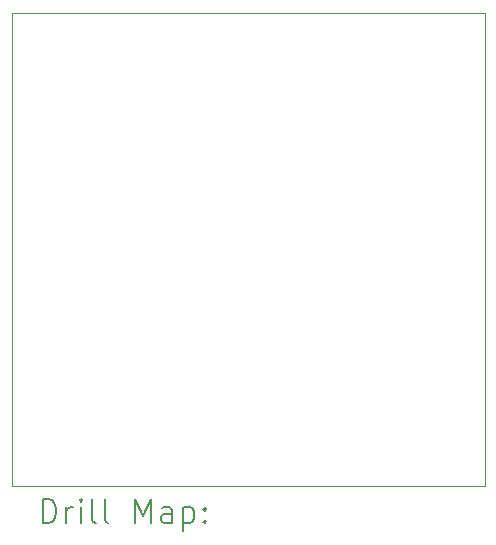
<source format=gbr>
%TF.GenerationSoftware,KiCad,Pcbnew,8.0.6*%
%TF.CreationDate,2025-08-21T09:45:11+02:00*%
%TF.ProjectId,StackBoard_OPA836,53746163-6b42-46f6-9172-645f4f504138,rev?*%
%TF.SameCoordinates,Original*%
%TF.FileFunction,Drillmap*%
%TF.FilePolarity,Positive*%
%FSLAX45Y45*%
G04 Gerber Fmt 4.5, Leading zero omitted, Abs format (unit mm)*
G04 Created by KiCad (PCBNEW 8.0.6) date 2025-08-21 09:45:11*
%MOMM*%
%LPD*%
G01*
G04 APERTURE LIST*
%ADD10C,0.050000*%
%ADD11C,0.200000*%
G04 APERTURE END LIST*
D10*
X14600000Y-10700000D02*
X18600000Y-10700000D01*
X18600000Y-14700000D01*
X14600000Y-14700000D01*
X14600000Y-10700000D01*
D11*
X14858277Y-15013984D02*
X14858277Y-14813984D01*
X14858277Y-14813984D02*
X14905896Y-14813984D01*
X14905896Y-14813984D02*
X14934467Y-14823508D01*
X14934467Y-14823508D02*
X14953515Y-14842555D01*
X14953515Y-14842555D02*
X14963039Y-14861603D01*
X14963039Y-14861603D02*
X14972562Y-14899698D01*
X14972562Y-14899698D02*
X14972562Y-14928269D01*
X14972562Y-14928269D02*
X14963039Y-14966365D01*
X14963039Y-14966365D02*
X14953515Y-14985412D01*
X14953515Y-14985412D02*
X14934467Y-15004460D01*
X14934467Y-15004460D02*
X14905896Y-15013984D01*
X14905896Y-15013984D02*
X14858277Y-15013984D01*
X15058277Y-15013984D02*
X15058277Y-14880650D01*
X15058277Y-14918746D02*
X15067801Y-14899698D01*
X15067801Y-14899698D02*
X15077324Y-14890174D01*
X15077324Y-14890174D02*
X15096372Y-14880650D01*
X15096372Y-14880650D02*
X15115420Y-14880650D01*
X15182086Y-15013984D02*
X15182086Y-14880650D01*
X15182086Y-14813984D02*
X15172562Y-14823508D01*
X15172562Y-14823508D02*
X15182086Y-14833031D01*
X15182086Y-14833031D02*
X15191610Y-14823508D01*
X15191610Y-14823508D02*
X15182086Y-14813984D01*
X15182086Y-14813984D02*
X15182086Y-14833031D01*
X15305896Y-15013984D02*
X15286848Y-15004460D01*
X15286848Y-15004460D02*
X15277324Y-14985412D01*
X15277324Y-14985412D02*
X15277324Y-14813984D01*
X15410658Y-15013984D02*
X15391610Y-15004460D01*
X15391610Y-15004460D02*
X15382086Y-14985412D01*
X15382086Y-14985412D02*
X15382086Y-14813984D01*
X15639229Y-15013984D02*
X15639229Y-14813984D01*
X15639229Y-14813984D02*
X15705896Y-14956841D01*
X15705896Y-14956841D02*
X15772562Y-14813984D01*
X15772562Y-14813984D02*
X15772562Y-15013984D01*
X15953515Y-15013984D02*
X15953515Y-14909222D01*
X15953515Y-14909222D02*
X15943991Y-14890174D01*
X15943991Y-14890174D02*
X15924943Y-14880650D01*
X15924943Y-14880650D02*
X15886848Y-14880650D01*
X15886848Y-14880650D02*
X15867801Y-14890174D01*
X15953515Y-15004460D02*
X15934467Y-15013984D01*
X15934467Y-15013984D02*
X15886848Y-15013984D01*
X15886848Y-15013984D02*
X15867801Y-15004460D01*
X15867801Y-15004460D02*
X15858277Y-14985412D01*
X15858277Y-14985412D02*
X15858277Y-14966365D01*
X15858277Y-14966365D02*
X15867801Y-14947317D01*
X15867801Y-14947317D02*
X15886848Y-14937793D01*
X15886848Y-14937793D02*
X15934467Y-14937793D01*
X15934467Y-14937793D02*
X15953515Y-14928269D01*
X16048753Y-14880650D02*
X16048753Y-15080650D01*
X16048753Y-14890174D02*
X16067801Y-14880650D01*
X16067801Y-14880650D02*
X16105896Y-14880650D01*
X16105896Y-14880650D02*
X16124943Y-14890174D01*
X16124943Y-14890174D02*
X16134467Y-14899698D01*
X16134467Y-14899698D02*
X16143991Y-14918746D01*
X16143991Y-14918746D02*
X16143991Y-14975888D01*
X16143991Y-14975888D02*
X16134467Y-14994936D01*
X16134467Y-14994936D02*
X16124943Y-15004460D01*
X16124943Y-15004460D02*
X16105896Y-15013984D01*
X16105896Y-15013984D02*
X16067801Y-15013984D01*
X16067801Y-15013984D02*
X16048753Y-15004460D01*
X16229705Y-14994936D02*
X16239229Y-15004460D01*
X16239229Y-15004460D02*
X16229705Y-15013984D01*
X16229705Y-15013984D02*
X16220182Y-15004460D01*
X16220182Y-15004460D02*
X16229705Y-14994936D01*
X16229705Y-14994936D02*
X16229705Y-15013984D01*
X16229705Y-14890174D02*
X16239229Y-14899698D01*
X16239229Y-14899698D02*
X16229705Y-14909222D01*
X16229705Y-14909222D02*
X16220182Y-14899698D01*
X16220182Y-14899698D02*
X16229705Y-14890174D01*
X16229705Y-14890174D02*
X16229705Y-14909222D01*
M02*

</source>
